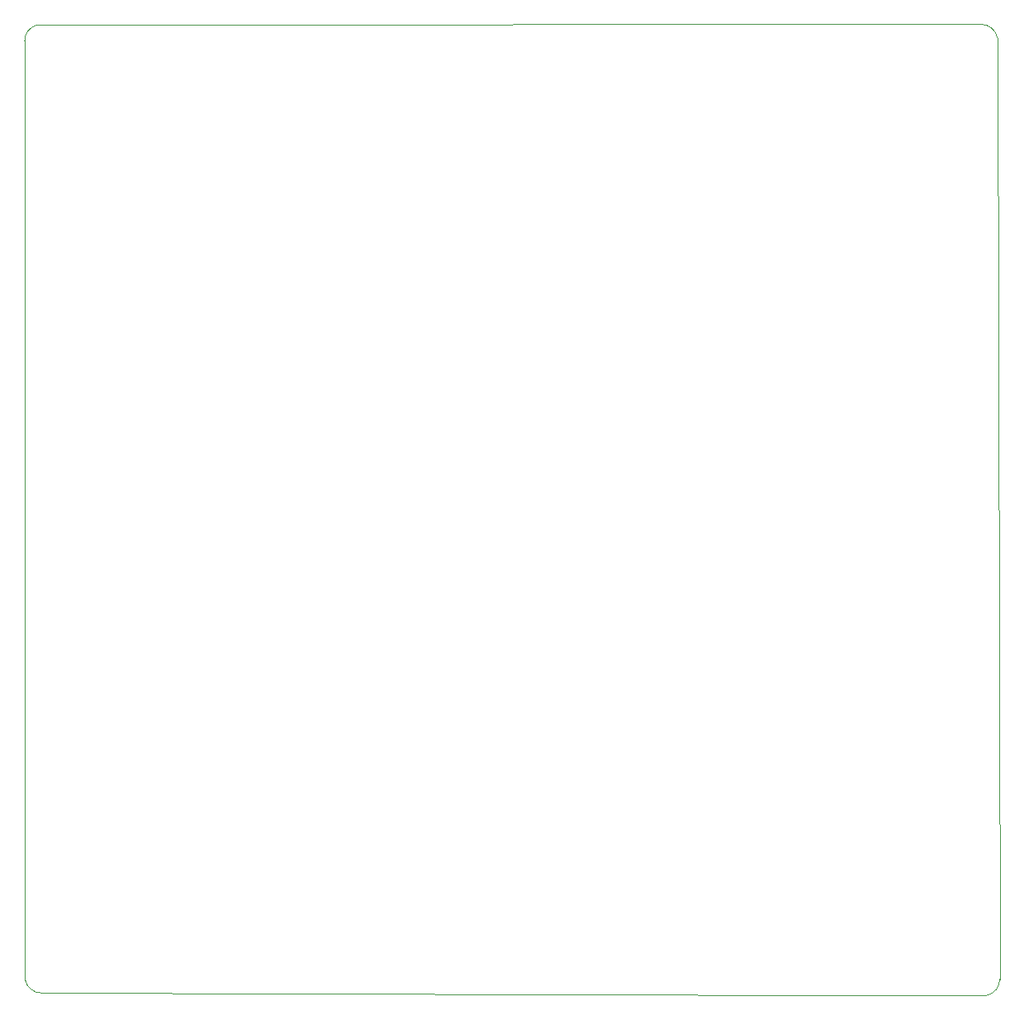
<source format=gbr>
%TF.GenerationSoftware,KiCad,Pcbnew,(5.1.10)-1*%
%TF.CreationDate,2021-11-08T11:40:21-08:00*%
%TF.ProjectId,ProspectBoards,50726f73-7065-4637-9442-6f617264732e,rev?*%
%TF.SameCoordinates,Original*%
%TF.FileFunction,Profile,NP*%
%FSLAX46Y46*%
G04 Gerber Fmt 4.6, Leading zero omitted, Abs format (unit mm)*
G04 Created by KiCad (PCBNEW (5.1.10)-1) date 2021-11-08 11:40:21*
%MOMM*%
%LPD*%
G01*
G04 APERTURE LIST*
%TA.AperFunction,Profile*%
%ADD10C,0.050000*%
%TD*%
G04 APERTURE END LIST*
D10*
X172250000Y-144300000D02*
G75*
G02*
X170884426Y-145950000I-1679620J0D01*
G01*
X73900000Y-145690574D02*
G75*
G02*
X72250000Y-144325000I0J1679620D01*
G01*
X170350000Y-46234426D02*
G75*
G02*
X172000000Y-47600000I0J-1679620D01*
G01*
X72200000Y-47925000D02*
G75*
G02*
X73565574Y-46275000I1679620J0D01*
G01*
X73900000Y-145690574D02*
X154859426Y-145925000D01*
X72200000Y-47925000D02*
X72250000Y-144325000D01*
X170350000Y-46234426D02*
X73565574Y-46275000D01*
X172250000Y-144300000D02*
X172000000Y-47600000D01*
X154859426Y-145925000D02*
X170884426Y-145950000D01*
M02*

</source>
